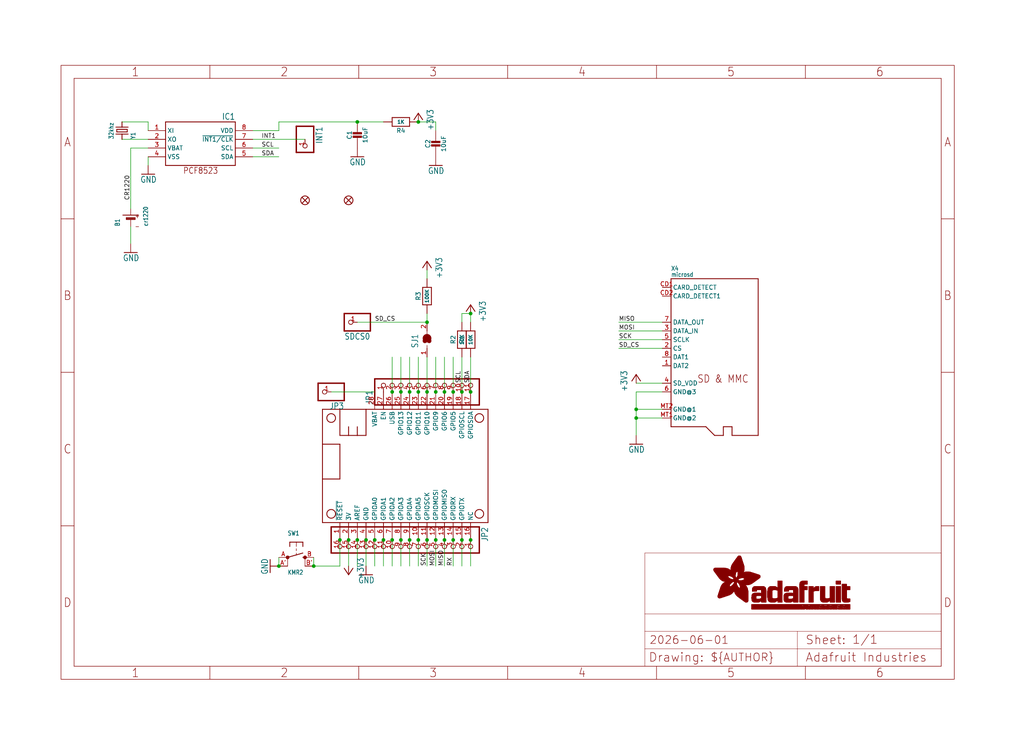
<source format=kicad_sch>
(kicad_sch (version 20230121) (generator eeschema)
  (paper "User" 298.45 217.322)
  (lib_symbols
    (symbol "working-eagle-import:+3V3" (power)
      (property "Value" "+3V3" (at -2.54 -5.08 90))
      (symbol "+3V3_1_0"
        (pin power_in line (at 0 -2.54 90) (length 2.54) (name "+3V3") (number "1"))
      )
    )
    (symbol "working-eagle-import:BATTERYCR1220_2"
      (property "Reference" "B" (at -2.54 3.175 0))
      (symbol "BATTERYCR1220_2_1_0"
        (text "+" (at 1.27 -1.143 900) (effects (font (size 1.27 1.0795)) (justify right top)))
        (text "-" (at -1.778 -1.143 900) (effects (font (size 1.27 1.0795)) (justify right top)))
        (pin passive line (at 2.54 0 180) (length 0) (name "+") (number "+"))
        (pin passive line (at -2.54 0 0) (length 0) (name "-") (number "-"))
      )
    )
    (symbol "working-eagle-import:CAP_CERAMIC0805-NOOUTLINE"
      (property "Reference" "C" (at -2.29 1.25 90))
      (symbol "CAP_CERAMIC0805-NOOUTLINE_1_0"
        (pin passive line (at 0 5.08 270) (length 2.54) (name "1") (number "1"))
        (pin passive line (at 0 -2.54 90) (length 2.54) (name "2") (number "2"))
      )
    )
    (symbol "working-eagle-import:CRYSTAL8.0X3.8"
      (property "Reference" "Y" (at -2.54 2.54 0))
      (symbol "CRYSTAL8.0X3.8_1_0"
        (pin passive line (at -2.54 0 0) (length 0) (name "1") (number "P$1"))
        (pin passive line (at 2.54 0 180) (length 0) (name "2") (number "P$4"))
      )
    )
    (symbol "working-eagle-import:FEATHERWING_NODIM"
      (symbol "FEATHERWING_NODIM_1_0"
        (pin input line (at 5.08 -5.08 90) (length 5.08) (name "~{RESET}") (number "1"))
        (pin bidirectional line (at 27.94 -5.08 90) (length 5.08) (name "GPIOA5") (number "10"))
        (pin bidirectional line (at 30.48 -5.08 90) (length 5.08) (name "GPIOSCK") (number "11"))
        (pin bidirectional line (at 33.02 -5.08 90) (length 5.08) (name "GPIOMOSI") (number "12"))
        (pin bidirectional line (at 35.56 -5.08 90) (length 5.08) (name "GPIOMISO") (number "13"))
        (pin bidirectional line (at 38.1 -5.08 90) (length 5.08) (name "GPIORX") (number "14"))
        (pin bidirectional line (at 40.64 -5.08 90) (length 5.08) (name "GPIOTX") (number "15"))
        (pin passive line (at 43.18 -5.08 90) (length 5.08) (name "NC") (number "16"))
        (pin bidirectional line (at 43.18 38.1 270) (length 5.08) (name "GPIOSDA") (number "17"))
        (pin bidirectional line (at 40.64 38.1 270) (length 5.08) (name "GPIOSCL") (number "18"))
        (pin bidirectional line (at 38.1 38.1 270) (length 5.08) (name "GPIO5") (number "19"))
        (pin power_in line (at 7.62 -5.08 90) (length 5.08) (name "3V") (number "2"))
        (pin bidirectional line (at 35.56 38.1 270) (length 5.08) (name "GPIO6") (number "20"))
        (pin bidirectional line (at 33.02 38.1 270) (length 5.08) (name "GPIO9") (number "21"))
        (pin bidirectional line (at 30.48 38.1 270) (length 5.08) (name "GPIO10") (number "22"))
        (pin bidirectional line (at 27.94 38.1 270) (length 5.08) (name "GPIO11") (number "23"))
        (pin bidirectional line (at 25.4 38.1 270) (length 5.08) (name "GPIO12") (number "24"))
        (pin bidirectional line (at 22.86 38.1 270) (length 5.08) (name "GPIO13") (number "25"))
        (pin power_in line (at 20.32 38.1 270) (length 5.08) (name "USB") (number "26"))
        (pin passive line (at 17.78 38.1 270) (length 5.08) (name "EN") (number "27"))
        (pin power_in line (at 15.24 38.1 270) (length 5.08) (name "VBAT") (number "28"))
        (pin passive line (at 10.16 -5.08 90) (length 5.08) (name "AREF") (number "3"))
        (pin power_in line (at 12.7 -5.08 90) (length 5.08) (name "GND") (number "4"))
        (pin bidirectional line (at 15.24 -5.08 90) (length 5.08) (name "GPIOA0") (number "5"))
        (pin bidirectional line (at 17.78 -5.08 90) (length 5.08) (name "GPIOA1") (number "6"))
        (pin bidirectional line (at 20.32 -5.08 90) (length 5.08) (name "GPIOA2") (number "7"))
        (pin bidirectional line (at 22.86 -5.08 90) (length 5.08) (name "GPIOA3") (number "8"))
        (pin bidirectional line (at 25.4 -5.08 90) (length 5.08) (name "GPIOA4") (number "9"))
      )
    )
    (symbol "working-eagle-import:FIDUCIAL_1MM")
    (symbol "working-eagle-import:FRAME_A4_ADAFRUIT"
      (symbol "FRAME_A4_ADAFRUIT_1_0"
        (text "${#}/${##}" (at 230.505 10.16 0) (effects (font (size 2.54 2.54)) (justify left bottom)))
        (text "${AUTHOR}" (at 189.23 5.08 0) (effects (font (size 2.286 2.286)) (justify left bottom)))
        (text "${CURRENT_DATE}" (at 171.45 10.16 0) (effects (font (size 2.286 2.286)) (justify left bottom)))
        (text "${PROJECTNAME}" (at 171.45 15.24 0) (effects (font (size 2.54 2.54)) (justify left bottom)))
        (text "1" (at 21.6958 1.905 0) (effects (font (size 2.54 2.286))))
        (text "1" (at 21.6958 177.165 0) (effects (font (size 2.54 2.286))))
        (text "2" (at 65.0875 1.905 0) (effects (font (size 2.54 2.286))))
        (text "2" (at 65.0875 177.165 0) (effects (font (size 2.54 2.286))))
        (text "3" (at 108.4792 1.905 0) (effects (font (size 2.54 2.286))))
        (text "3" (at 108.4792 177.165 0) (effects (font (size 2.54 2.286))))
        (text "4" (at 151.8708 1.905 0) (effects (font (size 2.54 2.286))))
        (text "4" (at 151.8708 177.165 0) (effects (font (size 2.54 2.286))))
        (text "5" (at 195.2625 1.905 0) (effects (font (size 2.54 2.286))))
        (text "5" (at 195.2625 177.165 0) (effects (font (size 2.54 2.286))))
        (text "6" (at 238.6542 1.905 0) (effects (font (size 2.54 2.286))))
        (text "6" (at 238.6542 177.165 0) (effects (font (size 2.54 2.286))))
        (text "A" (at 1.905 156.6863 0) (effects (font (size 2.54 2.286))))
        (text "A" (at 258.445 156.6863 0) (effects (font (size 2.54 2.286))))
        (text "Adafruit Industries" (at 216.916 4.953 0) (effects (font (size 2.54 2.54)) (justify left bottom)))
        (text "B" (at 1.905 111.9188 0) (effects (font (size 2.54 2.286))))
        (text "B" (at 258.445 111.9188 0) (effects (font (size 2.54 2.286))))
        (text "C" (at 1.905 67.1513 0) (effects (font (size 2.54 2.286))))
        (text "C" (at 258.445 67.1513 0) (effects (font (size 2.54 2.286))))
        (text "D" (at 1.905 22.3838 0) (effects (font (size 2.54 2.286))))
        (text "D" (at 258.445 22.3838 0) (effects (font (size 2.54 2.286))))
        (text "Drawing:" (at 171.196 4.953 0) (effects (font (size 2.54 2.54)) (justify left bottom)))
        (text "Sheet:" (at 216.916 10.033 0) (effects (font (size 2.54 2.54)) (justify left bottom)))
      )
    )
    (symbol "working-eagle-import:GND" (power)
      (property "Value" "GND" (at -2.54 -2.54 0))
      (symbol "GND_1_0"
        (pin power_in line (at 0 2.54 270) (length 2.54) (name "GND") (number "1"))
      )
    )
    (symbol "working-eagle-import:HEADER-1X11"
      (property "Reference" "JP" (at -6.35 15.875 0))
      (symbol "HEADER-1X11_1_0"
        (pin passive inverted (at -2.54 12.7 0) (length 2.54) (name "1") (number "1"))
        (pin passive inverted (at -2.54 -10.16 0) (length 2.54) (name "10") (number "10"))
        (pin passive inverted (at -2.54 -12.7 0) (length 2.54) (name "11") (number "11"))
        (pin passive inverted (at -2.54 10.16 0) (length 2.54) (name "2") (number "2"))
        (pin passive inverted (at -2.54 7.62 0) (length 2.54) (name "3") (number "3"))
        (pin passive inverted (at -2.54 5.08 0) (length 2.54) (name "4") (number "4"))
        (pin passive inverted (at -2.54 2.54 0) (length 2.54) (name "5") (number "5"))
        (pin passive inverted (at -2.54 0 0) (length 2.54) (name "6") (number "6"))
        (pin passive inverted (at -2.54 -2.54 0) (length 2.54) (name "7") (number "7"))
        (pin passive inverted (at -2.54 -5.08 0) (length 2.54) (name "8") (number "8"))
        (pin passive inverted (at -2.54 -7.62 0) (length 2.54) (name "9") (number "9"))
      )
    )
    (symbol "working-eagle-import:HEADER-1X16ROUND"
      (property "Reference" "JP" (at -6.35 20.955 0))
      (symbol "HEADER-1X16ROUND_1_0"
        (pin passive inverted (at -2.54 17.78 0) (length 2.54) (name "1") (number "1"))
        (pin passive inverted (at -2.54 -5.08 0) (length 2.54) (name "10") (number "10"))
        (pin passive inverted (at -2.54 -7.62 0) (length 2.54) (name "11") (number "11"))
        (pin passive inverted (at -2.54 -10.16 0) (length 2.54) (name "12") (number "12"))
        (pin passive inverted (at -2.54 -12.7 0) (length 2.54) (name "13") (number "13"))
        (pin passive inverted (at -2.54 -15.24 0) (length 2.54) (name "14") (number "14"))
        (pin passive inverted (at -2.54 -17.78 0) (length 2.54) (name "15") (number "15"))
        (pin passive inverted (at -2.54 -20.32 0) (length 2.54) (name "16") (number "16"))
        (pin passive inverted (at -2.54 15.24 0) (length 2.54) (name "2") (number "2"))
        (pin passive inverted (at -2.54 12.7 0) (length 2.54) (name "3") (number "3"))
        (pin passive inverted (at -2.54 10.16 0) (length 2.54) (name "4") (number "4"))
        (pin passive inverted (at -2.54 7.62 0) (length 2.54) (name "5") (number "5"))
        (pin passive inverted (at -2.54 5.08 0) (length 2.54) (name "6") (number "6"))
        (pin passive inverted (at -2.54 2.54 0) (length 2.54) (name "7") (number "7"))
        (pin passive inverted (at -2.54 0 0) (length 2.54) (name "8") (number "8"))
        (pin passive inverted (at -2.54 -2.54 0) (length 2.54) (name "9") (number "9"))
      )
    )
    (symbol "working-eagle-import:HEADER-1X1ROUND"
      (property "Reference" "JP" (at -6.35 3.175 0))
      (symbol "HEADER-1X1ROUND_1_0"
        (pin passive inverted (at -2.54 0 0) (length 2.54) (name "1") (number "1"))
      )
    )
    (symbol "working-eagle-import:MICROSD"
      (property "Reference" "X" (at -12.7 22.606 0))
      (symbol "MICROSD_1_0"
        (text "SD & MMC" (at -5.08 -10.16 0) (effects (font (size 2.1844 1.8567)) (justify left bottom)))
        (pin bidirectional line (at -15.24 -5.08 0) (length 2.54) (name "DAT2") (number "1"))
        (pin input line (at -15.24 0 0) (length 2.54) (name "CS") (number "2"))
        (pin input line (at -15.24 5.08 0) (length 2.54) (name "DATA_IN") (number "3"))
        (pin power_in line (at -15.24 -10.16 0) (length 2.54) (name "SD_VDD") (number "4"))
        (pin input line (at -15.24 2.54 0) (length 2.54) (name "SCLK") (number "5"))
        (pin power_in line (at -15.24 -12.7 0) (length 2.54) (name "GND@3") (number "6"))
        (pin output line (at -15.24 7.62 0) (length 2.54) (name "DATA_OUT") (number "7"))
        (pin bidirectional line (at -15.24 -2.54 0) (length 2.54) (name "DAT1") (number "8"))
        (pin passive line (at -15.24 17.78 0) (length 2.54) (name "CARD_DETECT") (number "CD1"))
        (pin passive line (at -15.24 15.24 0) (length 2.54) (name "CARD_DETECT1") (number "CD2"))
        (pin power_in line (at -15.24 -20.32 0) (length 2.54) (name "GND@2") (number "MT1"))
        (pin power_in line (at -15.24 -17.78 0) (length 2.54) (name "GND@1") (number "MT2"))
      )
    )
    (symbol "working-eagle-import:RESISTOR_0603_NOOUT"
      (property "Reference" "R" (at 0 2.54 0))
      (symbol "RESISTOR_0603_NOOUT_1_0"
        (pin passive line (at -5.08 0 0) (length 2.54) (name "1") (number "1"))
        (pin passive line (at 5.08 0 180) (length 2.54) (name "2") (number "2"))
      )
    )
    (symbol "working-eagle-import:RTC_PCF8523T"
      (property "Reference" "IC" (at 10.16 7.62 0))
      (symbol "RTC_PCF8523T_1_0"
        (text "PCF8523" (at -5.08 -10.16 0) (effects (font (size 1.778 1.5113)) (justify left bottom)))
        (pin input line (at -15.24 2.54 0) (length 5.08) (name "XI") (number "1"))
        (pin output line (at -15.24 0 0) (length 5.08) (name "XO") (number "2"))
        (pin power_in line (at -15.24 -2.54 0) (length 5.08) (name "VBAT") (number "3"))
        (pin power_in line (at -15.24 -5.08 0) (length 5.08) (name "VSS") (number "4"))
        (pin bidirectional line (at 15.24 -5.08 180) (length 5.08) (name "SDA") (number "5"))
        (pin bidirectional line (at 15.24 -2.54 180) (length 5.08) (name "SCL") (number "6"))
        (pin output line (at 15.24 0 180) (length 5.08) (name "~{INT1/CLK}") (number "7"))
        (pin power_in line (at 15.24 2.54 180) (length 5.08) (name "VDD") (number "8"))
      )
    )
    (symbol "working-eagle-import:SOLDERJUMPER_CLOSED"
      (property "Reference" "SJ" (at -2.54 2.54 0))
      (symbol "SOLDERJUMPER_CLOSED_1_0"
        (pin passive line (at -5.08 0 0) (length 2.54) (name "1") (number "1"))
        (pin passive line (at 5.08 0 180) (length 2.54) (name "2") (number "2"))
      )
    )
    (symbol "working-eagle-import:SWITCH_TACT_SMT4.6X2.8"
      (property "Reference" "SW" (at -2.54 6.35 0))
      (symbol "SWITCH_TACT_SMT4.6X2.8_1_0"
        (pin passive line (at -5.08 0 0) (length 2.54) (name "P") (number "A"))
        (pin passive line (at -5.08 -2.54 0) (length 2.54) (name "P1") (number "A'"))
        (pin passive line (at 5.08 0 180) (length 2.54) (name "S") (number "B"))
        (pin passive line (at 5.08 -2.54 180) (length 2.54) (name "S1") (number "B'"))
      )
    )
  )
  (junction (at 132.08 114.3))
  (junction (at 104.14 157.48))
  (junction (at 119.38 114.3))
  (junction (at 99.06 157.48))
  (junction (at 106.68 157.48))
  (junction (at 101.6 157.48))
  (junction (at 119.38 157.48))
  (junction (at 121.92 114.3))
  (junction (at 134.62 157.48))
  (junction (at 114.3 114.3))
  (junction (at 134.62 114.3))
  (junction (at 137.16 114.3))
  (junction (at 124.46 114.3))
  (junction (at 129.54 157.48))
  (junction (at 137.16 157.48))
  (junction (at 91.44 165.1))
  (junction (at 124.46 93.98))
  (junction (at 81.28 165.1))
  (junction (at 116.84 157.48))
  (junction (at 132.08 157.48))
  (junction (at 185.42 119.38))
  (junction (at 111.76 157.48))
  (junction (at 127 114.3))
  (junction (at 121.92 157.48))
  (junction (at 137.16 91.44))
  (junction (at 129.54 114.3))
  (junction (at 127 157.48))
  (junction (at 114.3 157.48))
  (junction (at 104.14 35.56))
  (junction (at 116.84 114.3))
  (junction (at 121.92 35.56))
  (junction (at 109.22 157.48))
  (junction (at 124.46 157.48))
  (junction (at 185.42 121.92))
  (wire (pts (xy 185.42 121.92) (xy 185.42 127)) (stroke (width 0.1524)))
  (wire (pts (xy 73.66 43.18) (xy 81.28 43.18)) (stroke (width 0.1524)))
  (wire (pts (xy 81.28 162.56) (xy 81.28 165.1)) (stroke (width 0.1524)))
  (wire (pts (xy 73.66 40.64) (xy 88.9 40.64)) (stroke (width 0.1524)))
  (wire (pts (xy 104.14 93.98) (xy 124.46 93.98)) (stroke (width 0.1524)))
  (wire (pts (xy 127 104.14) (xy 127 114.3)) (stroke (width 0.1524)))
  (wire (pts (xy 121.92 104.14) (xy 121.92 114.3)) (stroke (width 0.1524)))
  (wire (pts (xy 129.54 165.1) (xy 129.54 157.48)) (stroke (width 0.1524)))
  (wire (pts (xy 111.76 35.56) (xy 104.14 35.56)) (stroke (width 0.1524)))
  (wire (pts (xy 81.28 35.56) (xy 104.14 35.56)) (stroke (width 0.1524)))
  (wire (pts (xy 137.16 104.14) (xy 137.16 114.3)) (stroke (width 0.1524)))
  (wire (pts (xy 180.34 101.6) (xy 193.04 101.6)) (stroke (width 0.1524)))
  (wire (pts (xy 124.46 78.74) (xy 124.46 81.28)) (stroke (width 0.1524)))
  (wire (pts (xy 132.08 104.14) (xy 132.08 114.3)) (stroke (width 0.1524)))
  (wire (pts (xy 180.34 96.52) (xy 193.04 96.52)) (stroke (width 0.1524)))
  (wire (pts (xy 43.18 43.18) (xy 38.1 43.18)) (stroke (width 0.1524)))
  (wire (pts (xy 99.06 165.1) (xy 99.06 157.48)) (stroke (width 0.1524)))
  (wire (pts (xy 121.92 35.56) (xy 127 35.56)) (stroke (width 0.1524)))
  (wire (pts (xy 124.46 91.44) (xy 124.46 93.98)) (stroke (width 0.1524)))
  (wire (pts (xy 137.16 165.1) (xy 137.16 157.48)) (stroke (width 0.1524)))
  (wire (pts (xy 119.38 104.14) (xy 119.38 114.3)) (stroke (width 0.1524)))
  (wire (pts (xy 134.62 104.14) (xy 134.62 114.3)) (stroke (width 0.1524)))
  (wire (pts (xy 193.04 99.06) (xy 180.34 99.06)) (stroke (width 0.1524)))
  (wire (pts (xy 81.28 45.72) (xy 73.66 45.72)) (stroke (width 0.1524)))
  (wire (pts (xy 114.3 104.14) (xy 114.3 114.3)) (stroke (width 0.1524)))
  (wire (pts (xy 106.68 165.1) (xy 106.68 157.48)) (stroke (width 0.1524)))
  (wire (pts (xy 81.28 38.1) (xy 81.28 35.56)) (stroke (width 0.1524)))
  (wire (pts (xy 91.44 165.1) (xy 99.06 165.1)) (stroke (width 0.1524)))
  (wire (pts (xy 193.04 114.3) (xy 185.42 114.3)) (stroke (width 0.1524)))
  (wire (pts (xy 119.38 165.1) (xy 119.38 157.48)) (stroke (width 0.1524)))
  (wire (pts (xy 116.84 165.1) (xy 116.84 157.48)) (stroke (width 0.1524)))
  (wire (pts (xy 193.04 93.98) (xy 180.34 93.98)) (stroke (width 0.1524)))
  (wire (pts (xy 35.56 35.56) (xy 43.18 35.56)) (stroke (width 0.1524)))
  (wire (pts (xy 185.42 114.3) (xy 185.42 119.38)) (stroke (width 0.1524)))
  (wire (pts (xy 38.1 71.12) (xy 38.1 66.04)) (stroke (width 0.1524)))
  (wire (pts (xy 43.18 48.26) (xy 43.18 45.72)) (stroke (width 0.1524)))
  (wire (pts (xy 127 165.1) (xy 127 157.48)) (stroke (width 0.1524)))
  (wire (pts (xy 185.42 111.76) (xy 193.04 111.76)) (stroke (width 0.1524)))
  (wire (pts (xy 185.42 119.38) (xy 185.42 121.92)) (stroke (width 0.1524)))
  (wire (pts (xy 134.62 165.1) (xy 134.62 157.48)) (stroke (width 0.1524)))
  (wire (pts (xy 91.44 162.56) (xy 91.44 165.1)) (stroke (width 0.1524)))
  (wire (pts (xy 129.54 104.14) (xy 129.54 114.3)) (stroke (width 0.1524)))
  (wire (pts (xy 116.84 104.14) (xy 116.84 114.3)) (stroke (width 0.1524)))
  (wire (pts (xy 38.1 43.18) (xy 38.1 60.96)) (stroke (width 0.1524)))
  (wire (pts (xy 121.92 165.1) (xy 121.92 157.48)) (stroke (width 0.1524)))
  (wire (pts (xy 114.3 165.1) (xy 114.3 157.48)) (stroke (width 0.1524)))
  (wire (pts (xy 43.18 40.64) (xy 35.56 40.64)) (stroke (width 0.1524)))
  (wire (pts (xy 111.76 165.1) (xy 111.76 157.48)) (stroke (width 0.1524)))
  (wire (pts (xy 137.16 91.44) (xy 137.16 93.98)) (stroke (width 0.1524)))
  (wire (pts (xy 109.22 165.1) (xy 109.22 157.48)) (stroke (width 0.1524)))
  (wire (pts (xy 132.08 165.1) (xy 132.08 157.48)) (stroke (width 0.1524)))
  (wire (pts (xy 43.18 35.56) (xy 43.18 38.1)) (stroke (width 0.1524)))
  (wire (pts (xy 124.46 104.14) (xy 124.46 114.3)) (stroke (width 0.1524)))
  (wire (pts (xy 124.46 165.1) (xy 124.46 157.48)) (stroke (width 0.1524)))
  (wire (pts (xy 127 35.56) (xy 127 38.1)) (stroke (width 0.1524)))
  (wire (pts (xy 104.14 165.1) (xy 104.14 157.48)) (stroke (width 0.1524)))
  (wire (pts (xy 96.52 114.3) (xy 109.22 114.3)) (stroke (width 0.1524)))
  (wire (pts (xy 101.6 165.1) (xy 101.6 157.48)) (stroke (width 0.1524)))
  (wire (pts (xy 81.28 38.1) (xy 73.66 38.1)) (stroke (width 0.1524)))
  (wire (pts (xy 137.16 91.44) (xy 134.62 91.44)) (stroke (width 0.1524)))
  (wire (pts (xy 193.04 119.38) (xy 185.42 119.38)) (stroke (width 0.1524)))
  (wire (pts (xy 134.62 91.44) (xy 134.62 93.98)) (stroke (width 0.1524)))
  (wire (pts (xy 193.04 121.92) (xy 185.42 121.92)) (stroke (width 0.1524)))
  (label "SCK" (at 180.34 99.06 0) (effects (font (size 1.2446 1.2446))))
  (label "SD_CS" (at 109.22 93.98 0) (effects (font (size 1.2446 1.2446))))
  (label "SCK" (at 124.46 165.1 90) (effects (font (size 1.2446 1.2446))))
  (label "MOSI" (at 127 165.1 90) (effects (font (size 1.2446 1.2446))))
  (label "INT1" (at 76.2 40.64 0) (effects (font (size 1.2446 1.2446))))
  (label "RX" (at 132.08 165.1 90) (effects (font (size 1.2446 1.2446))))
  (label "MISO" (at 129.54 165.1 90) (effects (font (size 1.2446 1.2446))))
  (label "SCL" (at 134.62 111.76 90) (effects (font (size 1.2446 1.2446))))
  (label "SCL" (at 76.2 43.18 0) (effects (font (size 1.2446 1.2446))))
  (label "MOSI" (at 180.34 96.52 0) (effects (font (size 1.2446 1.2446))))
  (label "SDA" (at 137.16 111.76 90) (effects (font (size 1.2446 1.2446))))
  (label "SDA" (at 76.2 45.72 0) (effects (font (size 1.2446 1.2446))))
  (label "MISO" (at 180.34 93.98 0) (effects (font (size 1.2446 1.2446))))
  (label "SD_CS" (at 180.34 101.6 0) (effects (font (size 1.2446 1.2446))))
  (label "CR1220" (at 38.1 58.42 90) (effects (font (size 1.2446 1.2446))))
  (symbol (lib_id "working-eagle-import:SOLDERJUMPER_CLOSED") (at 124.46 99.06 90) (unit 1)
    (property "Reference" "SJ1" (at 121.92 101.6 0) (effects (font (size 1.778 1.5113)) (justify left bottom)))
    (property "Value" "SOLDERJUMPER_CLOSED" (effects hide))
    (property "Footprint" "working:SOLDERJUMPER_CLOSEDWIRE" (effects hide))
  )
  (symbol (lib_id "working-eagle-import:FRAME_A4_ADAFRUIT") (at 17.78 198.12 0) (unit 1)
    (property "Reference" "#U$1" (effects hide))
    (property "Value" "FRAME_A4_ADAFRUIT" (effects hide))
  )
  (symbol (lib_id "working-eagle-import:CAP_CERAMIC0805-NOOUTLINE") (at 104.14 40.64 0) (unit 1)
    (property "Reference" "C1" (at 101.85 39.39 90))
    (property "Value" "10uF" (at 106.44 39.39 90))
    (property "Footprint" "working:0805-NO" (effects hide))
  )
  (symbol (lib_id "working-eagle-import:GND") (at 38.1 73.66 0) (mirror y) (unit 1)
    (property "Reference" "#GND4" (effects hide))
    (property "Value" "GND" (at 40.64 76.2 0) (effects (font (size 1.778 1.5113)) (justify left bottom)))
  )
  (symbol (lib_id "working-eagle-import:HEADER-1X1ROUND") (at 93.98 114.3 180) (unit 1)
    (property "Reference" "JP3" (at 100.33 117.475 0) (effects (font (size 1.778 1.5113)) (justify left bottom)))
    (property "Value" "HEADER-1X1ROUND" (effects hide))
    (property "Footprint" "working:1X01_ROUND" (effects hide))
  )
  (symbol (lib_id "working-eagle-import:GND") (at 185.42 129.54 0) (mirror y) (unit 1)
    (property "Reference" "#GND8" (effects hide))
    (property "Value" "GND" (at 187.96 132.08 0) (effects (font (size 1.778 1.5113)) (justify left bottom)))
  )
  (symbol (lib_id "working-eagle-import:BATTERYCR1220_2") (at 38.1 63.5 90) (unit 1)
    (property "Reference" "B1" (at 34.925 66.04 0) (effects (font (size 1.27 1.0795)) (justify left bottom)))
    (property "Value" "cr1220" (at 43.18 66.04 0) (effects (font (size 1.27 1.0795)) (justify left bottom)))
    (property "Footprint" "working:CR1220-2" (effects hide))
  )
  (symbol (lib_id "working-eagle-import:SWITCH_TACT_SMT4.6X2.8") (at 86.36 162.56 0) (unit 1)
    (property "Reference" "SW1" (at 83.82 156.21 0) (effects (font (size 1.27 1.0795)) (justify left bottom)))
    (property "Value" "KMR2" (at 83.82 167.64 0) (effects (font (size 1.27 1.0795)) (justify left bottom)))
    (property "Footprint" "working:BTN_KMR2_4.6X2.8" (effects hide))
  )
  (symbol (lib_id "working-eagle-import:HEADER-1X1ROUND") (at 101.6 93.98 180) (unit 1)
    (property "Reference" "SDCS0" (at 107.95 97.155 0) (effects (font (size 1.778 1.5113)) (justify left bottom)))
    (property "Value" "HEADER-1X1ROUND" (effects hide))
    (property "Footprint" "working:1X01_ROUND" (effects hide))
  )
  (symbol (lib_id "working-eagle-import:RESISTOR_0603_NOOUT") (at 116.84 35.56 180) (unit 1)
    (property "Reference" "R4" (at 116.84 38.1 0))
    (property "Value" "1K" (at 116.84 35.56 0) (effects (font (size 1.016 1.016) bold)))
    (property "Footprint" "working:0603-NO" (effects hide))
  )
  (symbol (lib_id "working-eagle-import:HEADER-1X11") (at 124.46 111.76 90) (unit 1)
    (property "Reference" "JP1" (at 108.585 118.11 0) (effects (font (size 1.778 1.5113)) (justify left bottom)))
    (property "Value" "HEADER-1X11" (effects hide))
    (property "Footprint" "working:1X11_ROUND" (effects hide))
  )
  (symbol (lib_id "working-eagle-import:CAP_CERAMIC0805-NOOUTLINE") (at 127 43.18 0) (unit 1)
    (property "Reference" "C2" (at 124.71 41.93 90))
    (property "Value" "10uF" (at 129.3 41.93 90))
    (property "Footprint" "working:0805-NO" (effects hide))
  )
  (symbol (lib_id "working-eagle-import:GND") (at 78.74 165.1 270) (mirror x) (unit 1)
    (property "Reference" "#GND2" (effects hide))
    (property "Value" "GND" (at 76.2 167.64 0) (effects (font (size 1.778 1.5113)) (justify left bottom)))
  )
  (symbol (lib_id "working-eagle-import:RESISTOR_0603_NOOUT") (at 134.62 99.06 90) (unit 1)
    (property "Reference" "R2" (at 132.08 99.06 0))
    (property "Value" "10K" (at 134.62 99.06 0) (effects (font (size 1.016 1.016) bold)))
    (property "Footprint" "working:0603-NO" (effects hide))
  )
  (symbol (lib_id "working-eagle-import:+3V3") (at 185.42 109.22 0) (unit 1)
    (property "Reference" "#+3V5" (effects hide))
    (property "Value" "+3V3" (at 182.88 114.3 90) (effects (font (size 1.778 1.5113)) (justify left bottom)))
  )
  (symbol (lib_id "working-eagle-import:+3V3") (at 121.92 33.02 0) (mirror y) (unit 1)
    (property "Reference" "#+3V2" (effects hide))
    (property "Value" "+3V3" (at 124.46 38.1 90) (effects (font (size 1.778 1.5113)) (justify left bottom)))
  )
  (symbol (lib_id "working-eagle-import:HEADER-1X1ROUND") (at 88.9 43.18 270) (unit 1)
    (property "Reference" "INT1" (at 92.075 36.83 0) (effects (font (size 1.778 1.5113)) (justify left bottom)))
    (property "Value" "HEADER-1X1ROUND" (effects hide))
    (property "Footprint" "working:1X01_ROUND" (effects hide))
  )
  (symbol (lib_id "working-eagle-import:+3V3") (at 124.46 76.2 0) (mirror y) (unit 1)
    (property "Reference" "#+3V4" (effects hide))
    (property "Value" "+3V3" (at 127 81.28 90) (effects (font (size 1.778 1.5113)) (justify left bottom)))
  )
  (symbol (lib_id "working-eagle-import:GND") (at 127 48.26 0) (mirror y) (unit 1)
    (property "Reference" "#GND6" (effects hide))
    (property "Value" "GND" (at 129.54 50.8 0) (effects (font (size 1.778 1.5113)) (justify left bottom)))
  )
  (symbol (lib_id "working-eagle-import:FEATHERWING_NODIM") (at 93.98 152.4 0) (unit 1)
    (property "Reference" "MS1" (effects hide))
    (property "Value" "FEATHERWING_NODIM" (effects hide))
    (property "Footprint" "working:FEATHERWING_NODIM" (effects hide))
  )
  (symbol (lib_id "working-eagle-import:RESISTOR_0603_NOOUT") (at 137.16 99.06 90) (unit 1)
    (property "Reference" "R1" (at 134.62 99.06 0))
    (property "Value" "10K" (at 137.16 99.06 0) (effects (font (size 1.016 1.016) bold)))
    (property "Footprint" "working:0603-NO" (effects hide))
  )
  (symbol (lib_id "working-eagle-import:GND") (at 106.68 167.64 0) (mirror y) (unit 1)
    (property "Reference" "#GND1" (effects hide))
    (property "Value" "GND" (at 109.22 170.18 0) (effects (font (size 1.778 1.5113)) (justify left bottom)))
  )
  (symbol (lib_id "working-eagle-import:CRYSTAL8.0X3.8") (at 35.56 38.1 270) (mirror x) (unit 1)
    (property "Reference" "Y1" (at 38.1 40.64 0) (effects (font (size 1.27 1.0795)) (justify left bottom)))
    (property "Value" "32khz" (at 31.75 40.64 0) (effects (font (size 1.27 1.0795)) (justify left bottom)))
    (property "Footprint" "working:CRYSTAL_8X3.8" (effects hide))
  )
  (symbol (lib_id "working-eagle-import:RTC_PCF8523T") (at 58.42 40.64 0) (unit 1)
    (property "Reference" "IC1" (at 68.58 33.02 0) (effects (font (size 1.778 1.5113)) (justify right top)))
    (property "Value" "RTC_PCF8523T" (effects hide))
    (property "Footprint" "working:SOIC8_150MIL" (effects hide))
  )
  (symbol (lib_id "working-eagle-import:GND") (at 104.14 45.72 0) (mirror y) (unit 1)
    (property "Reference" "#GND5" (effects hide))
    (property "Value" "GND" (at 106.68 48.26 0) (effects (font (size 1.778 1.5113)) (justify left bottom)))
  )
  (symbol (lib_id "working-eagle-import:GND") (at 43.18 50.8 0) (mirror y) (unit 1)
    (property "Reference" "#GND3" (effects hide))
    (property "Value" "GND" (at 45.72 53.34 0) (effects (font (size 1.778 1.5113)) (justify left bottom)))
  )
  (symbol (lib_id "working-eagle-import:+3V3") (at 137.16 88.9 0) (mirror y) (unit 1)
    (property "Reference" "#+3V3" (effects hide))
    (property "Value" "+3V3" (at 139.7 93.98 90) (effects (font (size 1.778 1.5113)) (justify left bottom)))
  )
  (symbol (lib_id "working-eagle-import:RESISTOR_0603_NOOUT") (at 124.46 86.36 90) (unit 1)
    (property "Reference" "R3" (at 121.92 86.36 0))
    (property "Value" "100K" (at 124.46 86.36 0) (effects (font (size 1.016 1.016) bold)))
    (property "Footprint" "working:0603-NO" (effects hide))
  )
  (symbol (lib_id "working-eagle-import:FIDUCIAL_1MM") (at 101.6 58.42 0) (unit 1)
    (property "Reference" "FID2" (effects hide))
    (property "Value" "FIDUCIAL_1MM" (effects hide))
    (property "Footprint" "working:FIDUCIAL_1MM" (effects hide))
  )
  (symbol (lib_id "working-eagle-import:+3V3") (at 101.6 167.64 180) (unit 1)
    (property "Reference" "#+3V1" (effects hide))
    (property "Value" "+3V3" (at 104.14 162.56 90) (effects (font (size 1.778 1.5113)) (justify left bottom)))
  )
  (symbol (lib_id "working-eagle-import:HEADER-1X16ROUND") (at 119.38 160.02 270) (unit 1)
    (property "Reference" "JP2" (at 140.335 153.67 0) (effects (font (size 1.778 1.5113)) (justify left bottom)))
    (property "Value" "HEADER-1X16ROUND" (effects hide))
    (property "Footprint" "working:1X16_ROUND" (effects hide))
  )
  (symbol (lib_id "working-eagle-import:MICROSD") (at 208.28 101.6 0) (unit 1)
    (property "Reference" "X4" (at 195.58 78.994 0) (effects (font (size 1.27 1.0795)) (justify left bottom)))
    (property "Value" "microsd" (at 195.58 80.772 0) (effects (font (size 1.27 1.0795)) (justify left bottom)))
    (property "Footprint" "working:MICROSD" (effects hide))
  )
  (symbol (lib_id "working-eagle-import:FIDUCIAL_1MM") (at 88.9 58.42 0) (unit 1)
    (property "Reference" "FID1" (effects hide))
    (property "Value" "FIDUCIAL_1MM" (effects hide))
    (property "Footprint" "working:FIDUCIAL_1MM" (effects hide))
  )
)
</source>
